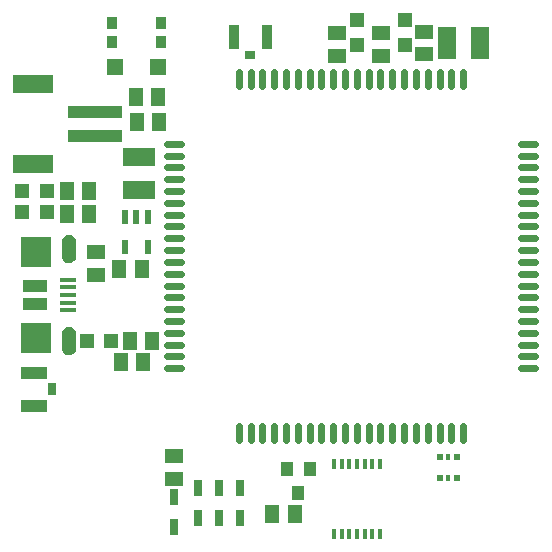
<source format=gbr>
G04 EAGLE Gerber X2 export*
%TF.Part,Single*%
%TF.FileFunction,Paste,Top*%
%TF.FilePolarity,Positive*%
%TF.GenerationSoftware,Autodesk,EAGLE,9.1.0*%
%TF.CreationDate,2018-08-13T09:50:29Z*%
G75*
%MOMM*%
%FSLAX34Y34*%
%LPD*%
%AMOC8*
5,1,8,0,0,1.08239X$1,22.5*%
G01*
%ADD10R,0.550000X1.200000*%
%ADD11R,1.200000X1.200000*%
%ADD12R,1.300000X1.500000*%
%ADD13R,4.600000X1.000000*%
%ADD14R,3.400000X1.600000*%
%ADD15R,1.500000X1.300000*%
%ADD16R,1.350000X0.400000*%
%ADD17R,2.000000X1.000000*%
%ADD18R,2.500000X2.500000*%
%ADD19R,0.900000X1.000000*%
%ADD20R,1.400000X1.400000*%
%ADD21R,2.700000X1.600000*%
%ADD22R,0.500000X0.500000*%
%ADD23R,0.400000X0.500000*%
%ADD24R,0.800000X1.350000*%
%ADD25R,0.350000X0.900000*%
%ADD26R,0.965200X0.762000*%
%ADD27R,0.812800X2.133600*%
%ADD28R,2.200000X1.050000*%
%ADD29R,0.800000X1.000000*%
%ADD30C,0.600000*%
%ADD31R,1.600000X2.700000*%
%ADD32R,1.000000X1.200000*%
%ADD33R,1.200000X1.300000*%

G36*
X51008Y280873D02*
X51008Y280873D01*
X52282Y281073D01*
X52329Y281090D01*
X52419Y281111D01*
X53615Y281589D01*
X53658Y281616D01*
X53741Y281656D01*
X54801Y282388D01*
X54837Y282424D01*
X54908Y282482D01*
X55779Y283432D01*
X55806Y283474D01*
X55863Y283547D01*
X56500Y284667D01*
X56517Y284714D01*
X56556Y284797D01*
X56929Y286031D01*
X56934Y286081D01*
X56954Y286171D01*
X57043Y287456D01*
X57041Y287476D01*
X57044Y287500D01*
X57044Y298500D01*
X57042Y298515D01*
X57043Y298535D01*
X56982Y299661D01*
X56971Y299708D01*
X56963Y299784D01*
X56682Y300877D01*
X56662Y300921D01*
X56640Y300994D01*
X56152Y302011D01*
X56124Y302050D01*
X56087Y302117D01*
X55410Y303020D01*
X55375Y303053D01*
X55326Y303111D01*
X54486Y303864D01*
X54445Y303890D01*
X54385Y303938D01*
X53414Y304512D01*
X53369Y304529D01*
X53302Y304565D01*
X52237Y304939D01*
X52190Y304947D01*
X52117Y304969D01*
X51000Y305128D01*
X50972Y305127D01*
X50820Y305128D01*
X49704Y304969D01*
X49658Y304954D01*
X49583Y304939D01*
X48518Y304565D01*
X48476Y304541D01*
X48406Y304512D01*
X47435Y303938D01*
X47398Y303906D01*
X47334Y303864D01*
X46494Y303111D01*
X46465Y303074D01*
X46410Y303020D01*
X45733Y302117D01*
X45711Y302074D01*
X45668Y302011D01*
X45180Y300994D01*
X45167Y300947D01*
X45138Y300877D01*
X44857Y299784D01*
X44854Y299736D01*
X44838Y299661D01*
X44777Y298535D01*
X44779Y298519D01*
X44776Y298500D01*
X44776Y287500D01*
X44779Y287485D01*
X44777Y287465D01*
X44838Y286339D01*
X44850Y286292D01*
X44857Y286216D01*
X45138Y285123D01*
X45158Y285079D01*
X45180Y285006D01*
X45668Y283989D01*
X45697Y283950D01*
X45733Y283883D01*
X46410Y282980D01*
X46445Y282947D01*
X46494Y282889D01*
X47334Y282136D01*
X47375Y282110D01*
X47435Y282062D01*
X48406Y281488D01*
X48451Y281471D01*
X48518Y281435D01*
X49583Y281061D01*
X49630Y281053D01*
X49704Y281031D01*
X50820Y280872D01*
X50821Y280872D01*
X51008Y280873D01*
G37*
G36*
X51008Y202873D02*
X51008Y202873D01*
X52282Y203073D01*
X52329Y203090D01*
X52419Y203111D01*
X53615Y203589D01*
X53658Y203616D01*
X53741Y203656D01*
X54801Y204388D01*
X54837Y204424D01*
X54908Y204482D01*
X55779Y205432D01*
X55806Y205474D01*
X55863Y205547D01*
X56500Y206667D01*
X56517Y206714D01*
X56556Y206797D01*
X56929Y208031D01*
X56934Y208081D01*
X56954Y208171D01*
X57043Y209456D01*
X57041Y209476D01*
X57044Y209500D01*
X57044Y220500D01*
X57042Y220515D01*
X57043Y220535D01*
X56982Y221661D01*
X56971Y221708D01*
X56963Y221784D01*
X56682Y222877D01*
X56662Y222921D01*
X56640Y222994D01*
X56152Y224011D01*
X56124Y224050D01*
X56087Y224117D01*
X55410Y225020D01*
X55375Y225053D01*
X55326Y225111D01*
X54486Y225864D01*
X54445Y225890D01*
X54385Y225938D01*
X53414Y226512D01*
X53369Y226529D01*
X53302Y226565D01*
X52237Y226939D01*
X52190Y226947D01*
X52117Y226969D01*
X51000Y227128D01*
X50972Y227127D01*
X50820Y227128D01*
X49704Y226969D01*
X49658Y226954D01*
X49583Y226939D01*
X48518Y226565D01*
X48476Y226541D01*
X48406Y226512D01*
X47435Y225938D01*
X47398Y225906D01*
X47334Y225864D01*
X46494Y225111D01*
X46465Y225074D01*
X46410Y225020D01*
X45733Y224117D01*
X45711Y224074D01*
X45668Y224011D01*
X45180Y222994D01*
X45167Y222947D01*
X45138Y222877D01*
X44857Y221784D01*
X44854Y221736D01*
X44838Y221661D01*
X44777Y220535D01*
X44779Y220519D01*
X44776Y220500D01*
X44776Y209500D01*
X44779Y209485D01*
X44777Y209465D01*
X44838Y208339D01*
X44850Y208292D01*
X44857Y208216D01*
X45138Y207123D01*
X45158Y207079D01*
X45180Y207006D01*
X45668Y205989D01*
X45697Y205950D01*
X45733Y205883D01*
X46410Y204980D01*
X46445Y204947D01*
X46494Y204889D01*
X47334Y204136D01*
X47375Y204110D01*
X47435Y204062D01*
X48406Y203488D01*
X48451Y203471D01*
X48518Y203435D01*
X49583Y203061D01*
X49630Y203053D01*
X49704Y203031D01*
X50820Y202872D01*
X50821Y202872D01*
X51008Y202873D01*
G37*
D10*
X117450Y320341D03*
X107950Y320341D03*
X98450Y320341D03*
X98450Y294339D03*
X117450Y294339D03*
D11*
X32100Y323960D03*
X11100Y323960D03*
X11150Y342440D03*
X32150Y342440D03*
D12*
X48920Y322580D03*
X67920Y322580D03*
X49080Y341630D03*
X68080Y341630D03*
D13*
X72560Y388780D03*
X72560Y408780D03*
D14*
X20560Y364780D03*
X20560Y432780D03*
D15*
X73660Y290170D03*
X73660Y271170D03*
D12*
X112370Y275590D03*
X93370Y275590D03*
D16*
X49660Y267000D03*
X49660Y260500D03*
X49660Y254000D03*
X49660Y247500D03*
X49660Y241000D03*
D17*
X21910Y261500D03*
X21910Y246500D03*
D18*
X22910Y290000D03*
X22910Y218000D03*
D19*
X128450Y484250D03*
X128450Y468250D03*
X87450Y468250D03*
X87450Y484250D03*
D20*
X89450Y447040D03*
X126450Y447040D03*
D12*
X107180Y421790D03*
X126180Y421790D03*
X108140Y400840D03*
X127140Y400840D03*
D21*
X110490Y370870D03*
X110490Y342870D03*
D22*
X379610Y116950D03*
D23*
X372110Y116950D03*
D22*
X364610Y116950D03*
X364610Y98950D03*
D23*
X372110Y98950D03*
D22*
X379610Y98950D03*
D15*
X351790Y457860D03*
X351790Y476860D03*
D11*
X335280Y486750D03*
X335280Y465750D03*
X294640Y486750D03*
X294640Y465750D03*
D15*
X314960Y475590D03*
X314960Y456590D03*
X278130Y475590D03*
X278130Y456590D03*
D24*
X139700Y57150D03*
X139700Y82550D03*
X160020Y64770D03*
X160020Y90170D03*
D25*
X314140Y110530D03*
X307640Y110530D03*
X301140Y110530D03*
X294640Y110530D03*
X288140Y110530D03*
X281640Y110530D03*
X275140Y110530D03*
X275140Y52030D03*
X281640Y52030D03*
X288140Y52030D03*
X294640Y52030D03*
X301140Y52030D03*
X307640Y52030D03*
X314140Y52030D03*
D26*
X204470Y456946D03*
D27*
X218424Y472186D03*
X190516Y472186D03*
D28*
X21590Y187740D03*
X21590Y160240D03*
D29*
X36840Y173990D03*
D30*
X194560Y143020D02*
X194560Y131020D01*
X204560Y131020D02*
X204560Y143020D01*
X214560Y143020D02*
X214560Y131020D01*
X224560Y131020D02*
X224560Y143020D01*
X234560Y143020D02*
X234560Y131020D01*
X244560Y131020D02*
X244560Y143020D01*
X254560Y143020D02*
X254560Y131020D01*
X264560Y131020D02*
X264560Y143020D01*
X274560Y143020D02*
X274560Y131020D01*
X284560Y131020D02*
X284560Y143020D01*
X294560Y143020D02*
X294560Y131020D01*
X304560Y131020D02*
X304560Y143020D01*
X314560Y143020D02*
X314560Y131020D01*
X324560Y131020D02*
X324560Y143020D01*
X334560Y143020D02*
X334560Y131020D01*
X344560Y131020D02*
X344560Y143020D01*
X354560Y143020D02*
X354560Y131020D01*
X364560Y131020D02*
X364560Y143020D01*
X374560Y143020D02*
X374560Y131020D01*
X384560Y131020D02*
X384560Y143020D01*
X433560Y192020D02*
X445560Y192020D01*
X445560Y202020D02*
X433560Y202020D01*
X433560Y212020D02*
X445560Y212020D01*
X445560Y222020D02*
X433560Y222020D01*
X433560Y232020D02*
X445560Y232020D01*
X445560Y242020D02*
X433560Y242020D01*
X433560Y252020D02*
X445560Y252020D01*
X445560Y262020D02*
X433560Y262020D01*
X433560Y272020D02*
X445560Y272020D01*
X445560Y282020D02*
X433560Y282020D01*
X433560Y292020D02*
X445560Y292020D01*
X445560Y302020D02*
X433560Y302020D01*
X433560Y312020D02*
X445560Y312020D01*
X445560Y322020D02*
X433560Y322020D01*
X433560Y332020D02*
X445560Y332020D01*
X445560Y342020D02*
X433560Y342020D01*
X433560Y352020D02*
X445560Y352020D01*
X445560Y362020D02*
X433560Y362020D01*
X433560Y372020D02*
X445560Y372020D01*
X445560Y382020D02*
X433560Y382020D01*
X384560Y431020D02*
X384560Y443020D01*
X374560Y443020D02*
X374560Y431020D01*
X364560Y431020D02*
X364560Y443020D01*
X354560Y443020D02*
X354560Y431020D01*
X344560Y431020D02*
X344560Y443020D01*
X334560Y443020D02*
X334560Y431020D01*
X324560Y431020D02*
X324560Y443020D01*
X314560Y443020D02*
X314560Y431020D01*
X304560Y431020D02*
X304560Y443020D01*
X294560Y443020D02*
X294560Y431020D01*
X284560Y431020D02*
X284560Y443020D01*
X274560Y443020D02*
X274560Y431020D01*
X264560Y431020D02*
X264560Y443020D01*
X254560Y443020D02*
X254560Y431020D01*
X244560Y431020D02*
X244560Y443020D01*
X234560Y443020D02*
X234560Y431020D01*
X224560Y431020D02*
X224560Y443020D01*
X214560Y443020D02*
X214560Y431020D01*
X204560Y431020D02*
X204560Y443020D01*
X194560Y443020D02*
X194560Y431020D01*
X145560Y382020D02*
X133560Y382020D01*
X133560Y372020D02*
X145560Y372020D01*
X145560Y362020D02*
X133560Y362020D01*
X133560Y352020D02*
X145560Y352020D01*
X145560Y342020D02*
X133560Y342020D01*
X133560Y332020D02*
X145560Y332020D01*
X145560Y322020D02*
X133560Y322020D01*
X133560Y312020D02*
X145560Y312020D01*
X145560Y302020D02*
X133560Y302020D01*
X133560Y292020D02*
X145560Y292020D01*
X145560Y282020D02*
X133560Y282020D01*
X133560Y272020D02*
X145560Y272020D01*
X145560Y262020D02*
X133560Y262020D01*
X133560Y252020D02*
X145560Y252020D01*
X145560Y242020D02*
X133560Y242020D01*
X133560Y232020D02*
X145560Y232020D01*
X145560Y222020D02*
X133560Y222020D01*
X133560Y212020D02*
X145560Y212020D01*
X145560Y202020D02*
X133560Y202020D01*
X133560Y192020D02*
X145560Y192020D01*
D31*
X398810Y467360D03*
X370810Y467360D03*
D24*
X177800Y64770D03*
X177800Y90170D03*
D12*
X241910Y68580D03*
X222910Y68580D03*
D32*
X245110Y86520D03*
X235610Y106520D03*
X254610Y106520D03*
D12*
X102260Y214630D03*
X121260Y214630D03*
D33*
X66040Y214630D03*
X86360Y214630D03*
D12*
X113640Y196850D03*
X94640Y196850D03*
D15*
X139700Y98450D03*
X139700Y117450D03*
D24*
X195580Y64770D03*
X195580Y90170D03*
M02*

</source>
